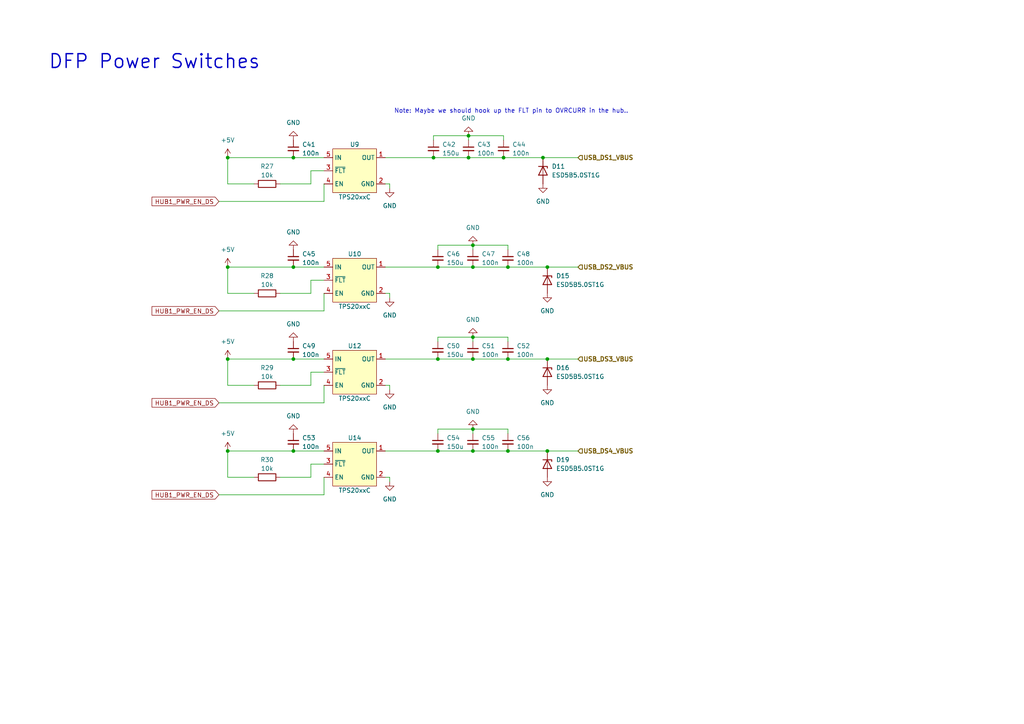
<source format=kicad_sch>
(kicad_sch (version 20230121) (generator eeschema)
  (paper "A4")
  (lib_symbols
    (symbol "CakeUSB:TPS20xxC"
      (property "Reference" "U" (at -7.62 7.62 0))
      (property "Value" "TPS20xxC" (at 10.16 7.62 0))
      (symbol "TPS20xxC_1_1"
        (rectangle (start -6.35 6.35) (end 6.35 -6.35) (fill (type background)))
        (pin power_out line (at 8.89 3.81 180) (length 2.54) (name "OUT") (number "1"))
        (pin power_in line (at 8.89 -3.81 180) (length 2.54) (name "GND") (number "2"))
        (pin output line (at -8.89 0 0) (length 2.54) (name "~{FLT}") (number "3"))
        (pin input line (at -8.89 -3.81 0) (length 2.54) (name "EN") (number "4"))
        (pin power_in line (at -8.89 3.81 0) (length 2.54) (name "IN") (number "5"))
      )
    )
    (symbol "Device:C_Small" (pin_numbers hide) (pin_names (offset 0.254) hide)
      (property "Reference" "C" (at 0.254 1.778 0))
      (property "Value" "C_Small" (at 0.254 -2.032 0))
      (symbol "C_Small_0_1"
        (polyline (pts (xy -1.524 -0.508) (xy 1.524 -0.508)) (stroke (width 0.3302)))
        (polyline (pts (xy -1.524 0.508) (xy 1.524 0.508)) (stroke (width 0.3048)))
      )
      (symbol "C_Small_1_1"
        (pin passive line (at 0 2.54 270) (length 2.032) (name "~") (number "1"))
        (pin passive line (at 0 -2.54 90) (length 2.032) (name "~") (number "2"))
      )
    )
    (symbol "Device:D_Zener" (pin_numbers hide) (pin_names (offset 1.016) hide)
      (property "Reference" "D" (at 0 2.54 0))
      (property "Value" "D_Zener" (at 0 -2.54 0))
      (symbol "D_Zener_0_1"
        (polyline (pts (xy 1.27 0) (xy -1.27 0)))
        (polyline (pts (xy -1.27 -1.27) (xy -1.27 1.27) (xy -0.762 1.27)) (stroke (width 0.254)))
        (polyline (pts (xy 1.27 -1.27) (xy 1.27 1.27) (xy -1.27 0) (xy 1.27 -1.27)) (stroke (width 0.254)))
      )
      (symbol "D_Zener_1_1"
        (pin passive line (at -3.81 0 0) (length 2.54) (name "K") (number "1"))
        (pin passive line (at 3.81 0 180) (length 2.54) (name "A") (number "2"))
      )
    )
    (symbol "Device:R" (pin_numbers hide) (pin_names (offset 0))
      (property "Reference" "R" (at 2.032 0 90))
      (property "Value" "R" (at 0 0 90))
      (symbol "R_0_1"
        (rectangle (start -1.016 -2.54) (end 1.016 2.54) (stroke (width 0.254)))
      )
      (symbol "R_1_1"
        (pin passive line (at 0 3.81 270) (length 1.27) (name "~") (number "1"))
        (pin passive line (at 0 -3.81 90) (length 1.27) (name "~") (number "2"))
      )
    )
    (symbol "power:+5V" (power) (pin_names (offset 0))
      (property "Value" "+5V" (at 0 3.556 0))
      (symbol "+5V_0_1"
        (polyline (pts (xy -0.762 1.27) (xy 0 2.54)))
        (polyline (pts (xy 0 0) (xy 0 2.54)))
        (polyline (pts (xy 0 2.54) (xy 0.762 1.27)))
      )
      (symbol "+5V_1_1"
        (pin power_in line (at 0 0 90) (length 0) hide (name "+5V") (number "1"))
      )
    )
    (symbol "power:GND" (power) (pin_names (offset 0))
      (property "Value" "GND" (at 0 -3.81 0))
      (symbol "GND_0_1"
        (polyline (pts (xy 0 0) (xy 0 -1.27) (xy 1.27 -1.27) (xy 0 -2.54) (xy -1.27 -1.27) (xy 0 -1.27)))
      )
      (symbol "GND_1_1"
        (pin power_in line (at 0 0 270) (length 0) hide (name "GND") (number "1"))
      )
    )
  )
  (junction (at 85.09 104.14))
  (junction (at 127 130.81))
  (junction (at 147.32 130.81))
  (junction (at 135.89 39.37))
  (junction (at 125.73 45.72))
  (junction (at 66.04 77.47))
  (junction (at 146.05 45.72))
  (junction (at 137.16 130.81))
  (junction (at 85.09 77.47))
  (junction (at 66.04 45.72))
  (junction (at 137.16 77.47))
  (junction (at 147.32 104.14))
  (junction (at 127 104.14))
  (junction (at 158.75 104.14))
  (junction (at 85.09 45.72))
  (junction (at 66.04 104.14))
  (junction (at 137.16 104.14))
  (junction (at 127 77.47))
  (junction (at 147.32 77.47))
  (junction (at 158.75 77.47))
  (junction (at 66.04 130.81))
  (junction (at 85.09 130.81))
  (junction (at 135.89 45.72))
  (junction (at 157.48 45.72))
  (junction (at 137.16 97.79))
  (junction (at 137.16 124.46))
  (junction (at 137.16 71.12))
  (junction (at 158.75 130.81))
  (wire (pts (xy 125.73 39.37) (xy 135.89 39.37)))
  (wire (pts (xy 90.17 81.28) (xy 90.17 85.09)))
  (wire (pts (xy 93.98 107.95) (xy 90.17 107.95)))
  (wire (pts (xy 90.17 111.76) (xy 81.28 111.76)))
  (wire (pts (xy 66.04 45.72) (xy 85.09 45.72)))
  (wire (pts (xy 147.32 130.81) (xy 158.75 130.81)))
  (wire (pts (xy 137.16 130.81) (xy 147.32 130.81)))
  (wire (pts (xy 127 104.14) (xy 137.16 104.14)))
  (wire (pts (xy 135.89 39.37) (xy 135.89 40.64)))
  (wire (pts (xy 127 72.39) (xy 127 71.12)))
  (wire (pts (xy 63.5 58.42) (xy 93.98 58.42)))
  (wire (pts (xy 147.32 99.06) (xy 147.32 97.79)))
  (wire (pts (xy 135.89 45.72) (xy 146.05 45.72)))
  (wire (pts (xy 147.32 104.14) (xy 158.75 104.14)))
  (wire (pts (xy 147.32 124.46) (xy 137.16 124.46)))
  (wire (pts (xy 111.76 130.81) (xy 127 130.81)))
  (wire (pts (xy 113.03 139.7) (xy 113.03 138.43)))
  (wire (pts (xy 90.17 85.09) (xy 81.28 85.09)))
  (wire (pts (xy 111.76 45.72) (xy 125.73 45.72)))
  (wire (pts (xy 93.98 85.09) (xy 93.98 90.17)))
  (wire (pts (xy 147.32 71.12) (xy 137.16 71.12)))
  (wire (pts (xy 113.03 54.61) (xy 113.03 53.34)))
  (wire (pts (xy 73.66 138.43) (xy 66.04 138.43)))
  (wire (pts (xy 127 97.79) (xy 137.16 97.79)))
  (wire (pts (xy 127 99.06) (xy 127 97.79)))
  (wire (pts (xy 127 124.46) (xy 137.16 124.46)))
  (wire (pts (xy 147.32 125.73) (xy 147.32 124.46)))
  (wire (pts (xy 127 130.81) (xy 137.16 130.81)))
  (wire (pts (xy 73.66 53.34) (xy 66.04 53.34)))
  (wire (pts (xy 125.73 40.64) (xy 125.73 39.37)))
  (wire (pts (xy 66.04 85.09) (xy 66.04 77.47)))
  (wire (pts (xy 111.76 104.14) (xy 127 104.14)))
  (wire (pts (xy 66.04 111.76) (xy 66.04 104.14)))
  (wire (pts (xy 137.16 77.47) (xy 147.32 77.47)))
  (wire (pts (xy 85.09 45.72) (xy 93.98 45.72)))
  (wire (pts (xy 85.09 77.47) (xy 93.98 77.47)))
  (wire (pts (xy 73.66 85.09) (xy 66.04 85.09)))
  (wire (pts (xy 93.98 138.43) (xy 93.98 143.51)))
  (wire (pts (xy 127 77.47) (xy 137.16 77.47)))
  (wire (pts (xy 90.17 134.62) (xy 90.17 138.43)))
  (wire (pts (xy 93.98 53.34) (xy 93.98 58.42)))
  (wire (pts (xy 66.04 138.43) (xy 66.04 130.81)))
  (wire (pts (xy 85.09 130.81) (xy 93.98 130.81)))
  (wire (pts (xy 127 125.73) (xy 127 124.46)))
  (wire (pts (xy 66.04 53.34) (xy 66.04 45.72)))
  (wire (pts (xy 137.16 97.79) (xy 137.16 99.06)))
  (wire (pts (xy 113.03 53.34) (xy 111.76 53.34)))
  (wire (pts (xy 127 71.12) (xy 137.16 71.12)))
  (wire (pts (xy 113.03 86.36) (xy 113.03 85.09)))
  (wire (pts (xy 147.32 97.79) (xy 137.16 97.79)))
  (wire (pts (xy 63.5 143.51) (xy 93.98 143.51)))
  (wire (pts (xy 93.98 49.53) (xy 90.17 49.53)))
  (wire (pts (xy 146.05 45.72) (xy 157.48 45.72)))
  (wire (pts (xy 85.09 104.14) (xy 93.98 104.14)))
  (wire (pts (xy 73.66 111.76) (xy 66.04 111.76)))
  (wire (pts (xy 137.16 124.46) (xy 137.16 125.73)))
  (wire (pts (xy 137.16 104.14) (xy 147.32 104.14)))
  (wire (pts (xy 93.98 134.62) (xy 90.17 134.62)))
  (wire (pts (xy 66.04 77.47) (xy 85.09 77.47)))
  (wire (pts (xy 66.04 130.81) (xy 85.09 130.81)))
  (wire (pts (xy 147.32 77.47) (xy 158.75 77.47)))
  (wire (pts (xy 113.03 138.43) (xy 111.76 138.43)))
  (wire (pts (xy 113.03 113.03) (xy 113.03 111.76)))
  (wire (pts (xy 146.05 39.37) (xy 135.89 39.37)))
  (wire (pts (xy 158.75 130.81) (xy 167.64 130.81)))
  (wire (pts (xy 90.17 107.95) (xy 90.17 111.76)))
  (wire (pts (xy 63.5 116.84) (xy 93.98 116.84)))
  (wire (pts (xy 63.5 90.17) (xy 93.98 90.17)))
  (wire (pts (xy 125.73 45.72) (xy 135.89 45.72)))
  (wire (pts (xy 111.76 77.47) (xy 127 77.47)))
  (wire (pts (xy 157.48 45.72) (xy 167.64 45.72)))
  (wire (pts (xy 158.75 104.14) (xy 167.64 104.14)))
  (wire (pts (xy 93.98 81.28) (xy 90.17 81.28)))
  (wire (pts (xy 158.75 77.47) (xy 167.64 77.47)))
  (wire (pts (xy 113.03 85.09) (xy 111.76 85.09)))
  (wire (pts (xy 137.16 71.12) (xy 137.16 72.39)))
  (wire (pts (xy 90.17 53.34) (xy 81.28 53.34)))
  (wire (pts (xy 66.04 104.14) (xy 85.09 104.14)))
  (wire (pts (xy 146.05 40.64) (xy 146.05 39.37)))
  (wire (pts (xy 93.98 111.76) (xy 93.98 116.84)))
  (wire (pts (xy 90.17 138.43) (xy 81.28 138.43)))
  (wire (pts (xy 113.03 111.76) (xy 111.76 111.76)))
  (wire (pts (xy 90.17 49.53) (xy 90.17 53.34)))
  (wire (pts (xy 147.32 72.39) (xy 147.32 71.12)))
  (text "DFP Power Switches" (at 13.97 20.32 0) (effects (font (size 4 4) (thickness 0.4) bold) (justify left bottom)))
  (text "Note: Maybe we should hook up the FLT pin to OVRCURR in the hub.." (at 114.3 33.02 0) (effects (font (size 1.27 1.27)) (justify left bottom)))
  (global_label "HUB1_PWR_EN_DS" (shape input) (at 63.5 90.17 180) (property "Intersheetrefs" "${INTERSHEET_REFS}" (effects hide)))
  (global_label "HUB1_PWR_EN_DS" (shape input) (at 63.5 58.42 180) (property "Intersheetrefs" "${INTERSHEET_REFS}" (effects hide)))
  (global_label "HUB1_PWR_EN_DS" (shape input) (at 63.5 116.84 180) (property "Intersheetrefs" "${INTERSHEET_REFS}" (effects hide)))
  (global_label "HUB1_PWR_EN_DS" (shape input) (at 63.5 143.51 180) (property "Intersheetrefs" "${INTERSHEET_REFS}" (effects hide)))
  (hierarchical_label "USB_DS1_VBUS" (shape input) (at 167.64 45.72 0) (effects (font bold)))
  (hierarchical_label "USB_DS4_VBUS" (shape input) (at 167.64 130.81 0) (effects (font bold)))
  (hierarchical_label "USB_DS3_VBUS" (shape input) (at 167.64 104.14 0) (effects (font bold)))
  (hierarchical_label "USB_DS2_VBUS" (shape input) (at 167.64 77.47 0) (effects (font bold)))
  (symbol (lib_id "Device:C_Small") (at 127 128.27 0) (unit 1)
    (property "Reference" "C54" (at 129.54 127 0) (effects (justify left)))
    (property "Value" "150u" (at 129.54 129.54 0) (effects (justify left)))
    (property "Footprint" "Capacitor_SMD:C_Elec_6.3x7.7" (effects hide))
  )
  (symbol (lib_id "power:GND") (at 137.16 71.12 180) (unit 1)
    (property "Reference" "#PWR055" (effects hide))
    (property "Value" "GND" (at 137.16 66.04 0))
  )
  (symbol (lib_id "Device:R") (at 77.47 53.34 90) (unit 1)
    (property "Reference" "R27" (at 77.47 48.26 90))
    (property "Value" "10k" (at 77.47 50.8 90))
    (property "Footprint" "Resistor_SMD:R_0402_1005Metric" (effects hide))
  )
  (symbol (lib_id "Device:R") (at 77.47 85.09 90) (unit 1)
    (property "Reference" "R28" (at 77.47 80.01 90))
    (property "Value" "10k" (at 77.47 82.55 90))
    (property "Footprint" "Resistor_SMD:R_0402_1005Metric" (effects hide))
  )
  (symbol (lib_id "power:GND") (at 85.09 40.64 180) (unit 1)
    (property "Reference" "#PWR050" (effects hide))
    (property "Value" "GND" (at 85.09 35.56 0))
  )
  (symbol (lib_id "power:GND") (at 113.03 113.03 0) (unit 1)
    (property "Reference" "#PWR066" (effects hide))
    (property "Value" "GND" (at 113.03 118.11 0))
  )
  (symbol (lib_id "power:+5V") (at 66.04 77.47 0) (unit 1)
    (property "Reference" "#PWR058" (effects hide))
    (property "Value" "+5V" (at 66.04 72.39 0))
  )
  (symbol (lib_id "power:GND") (at 85.09 99.06 180) (unit 1)
    (property "Reference" "#PWR062" (effects hide))
    (property "Value" "GND" (at 85.09 93.98 0))
  )
  (symbol (lib_id "Device:D_Zener") (at 157.48 49.53 270) (unit 1)
    (property "Reference" "D11" (at 160.02 48.26 90) (effects (justify left)))
    (property "Value" "ESD5B5.0ST1G" (at 160.02 50.8 90) (effects (justify left)))
    (property "Footprint" "Diode_SMD:D_SOD-523" (effects hide))
  )
  (symbol (lib_id "Device:C_Small") (at 147.32 101.6 0) (unit 1)
    (property "Reference" "C52" (at 149.86 100.3363 0) (effects (justify left)))
    (property "Value" "100n" (at 149.86 102.8763 0) (effects (justify left)))
    (property "Footprint" "Capacitor_SMD:C_0603_1608Metric" (effects hide))
  )
  (symbol (lib_id "power:GND") (at 137.16 124.46 180) (unit 1)
    (property "Reference" "#PWR068" (effects hide))
    (property "Value" "GND" (at 137.16 119.38 0))
  )
  (symbol (lib_id "power:GND") (at 135.89 39.37 180) (unit 1)
    (property "Reference" "#PWR049" (effects hide))
    (property "Value" "GND" (at 135.89 34.29 0))
  )
  (symbol (lib_id "power:GND") (at 158.75 85.09 0) (unit 1)
    (property "Reference" "#PWR059" (effects hide))
    (property "Value" "GND" (at 158.75 90.17 0))
  )
  (symbol (lib_id "power:GND") (at 158.75 138.43 0) (unit 1)
    (property "Reference" "#PWR071" (effects hide))
    (property "Value" "GND" (at 158.75 143.51 0))
  )
  (symbol (lib_id "Device:C_Small") (at 147.32 74.93 0) (unit 1)
    (property "Reference" "C48" (at 149.86 73.6663 0) (effects (justify left)))
    (property "Value" "100n" (at 149.86 76.2063 0) (effects (justify left)))
    (property "Footprint" "Capacitor_SMD:C_0603_1608Metric" (effects hide))
  )
  (symbol (lib_id "Device:C_Small") (at 127 74.93 0) (unit 1)
    (property "Reference" "C46" (at 129.54 73.66 0) (effects (justify left)))
    (property "Value" "150u" (at 129.54 76.2 0) (effects (justify left)))
    (property "Footprint" "Capacitor_SMD:C_Elec_6.3x7.7" (effects hide))
  )
  (symbol (lib_id "CakeUSB:TPS20xxC") (at 102.87 49.53 0) (unit 1)
    (property "Reference" "U9" (at 102.87 41.91 0))
    (property "Value" "TPS20xxC" (at 102.87 57.15 0))
    (property "Footprint" "Package_TO_SOT_SMD:SOT-23-5" (effects hide))
    (property "Datasheet" "https://www.ti.com/lit/ds/symlink/tps2001c.pdf" (effects hide))
  )
  (symbol (lib_id "Device:C_Small") (at 85.09 128.27 0) (unit 1)
    (property "Reference" "C53" (at 87.63 127.0063 0) (effects (justify left)))
    (property "Value" "100n" (at 87.63 129.5463 0) (effects (justify left)))
    (property "Footprint" "Capacitor_SMD:C_0603_1608Metric" (effects hide))
  )
  (symbol (lib_id "power:GND") (at 113.03 139.7 0) (unit 1)
    (property "Reference" "#PWR072" (effects hide))
    (property "Value" "GND" (at 113.03 144.78 0))
  )
  (symbol (lib_id "Device:C_Small") (at 135.89 43.18 0) (unit 1)
    (property "Reference" "C43" (at 138.43 41.9163 0) (effects (justify left)))
    (property "Value" "100n" (at 138.43 44.4563 0) (effects (justify left)))
    (property "Footprint" "Capacitor_SMD:C_0603_1608Metric" (effects hide))
  )
  (symbol (lib_id "power:GND") (at 157.48 53.34 0) (unit 1)
    (property "Reference" "#PWR052" (effects hide))
    (property "Value" "GND" (at 157.48 58.42 0))
  )
  (symbol (lib_id "power:GND") (at 137.16 97.79 180) (unit 1)
    (property "Reference" "#PWR061" (effects hide))
    (property "Value" "GND" (at 137.16 92.71 0))
  )
  (symbol (lib_id "power:GND") (at 85.09 72.39 180) (unit 1)
    (property "Reference" "#PWR056" (effects hide))
    (property "Value" "GND" (at 85.09 67.31 0))
  )
  (symbol (lib_id "Device:C_Small") (at 137.16 101.6 0) (unit 1)
    (property "Reference" "C51" (at 139.7 100.3363 0) (effects (justify left)))
    (property "Value" "100n" (at 139.7 102.8763 0) (effects (justify left)))
    (property "Footprint" "Capacitor_SMD:C_0603_1608Metric" (effects hide))
  )
  (symbol (lib_id "Device:R") (at 77.47 138.43 90) (unit 1)
    (property "Reference" "R30" (at 77.47 133.35 90))
    (property "Value" "10k" (at 77.47 135.89 90))
    (property "Footprint" "Resistor_SMD:R_0402_1005Metric" (effects hide))
  )
  (symbol (lib_id "power:+5V") (at 66.04 104.14 0) (unit 1)
    (property "Reference" "#PWR063" (effects hide))
    (property "Value" "+5V" (at 66.04 99.06 0))
  )
  (symbol (lib_id "CakeUSB:TPS20xxC") (at 102.87 134.62 0) (unit 1)
    (property "Reference" "U14" (at 102.87 127 0))
    (property "Value" "TPS20xxC" (at 102.87 142.24 0))
    (property "Footprint" "Package_TO_SOT_SMD:SOT-23-5" (effects hide))
    (property "Datasheet" "https://www.ti.com/lit/ds/symlink/tps2001c.pdf" (effects hide))
  )
  (symbol (lib_id "CakeUSB:TPS20xxC") (at 102.87 81.28 0) (unit 1)
    (property "Reference" "U10" (at 102.87 73.66 0))
    (property "Value" "TPS20xxC" (at 102.87 88.9 0))
    (property "Footprint" "Package_TO_SOT_SMD:SOT-23-5" (effects hide))
    (property "Datasheet" "https://www.ti.com/lit/ds/symlink/tps2001c.pdf" (effects hide))
  )
  (symbol (lib_id "power:+5V") (at 66.04 45.72 0) (unit 1)
    (property "Reference" "#PWR051" (effects hide))
    (property "Value" "+5V" (at 66.04 40.64 0))
  )
  (symbol (lib_id "Device:C_Small") (at 85.09 74.93 0) (unit 1)
    (property "Reference" "C45" (at 87.63 73.6663 0) (effects (justify left)))
    (property "Value" "100n" (at 87.63 76.2063 0) (effects (justify left)))
    (property "Footprint" "Capacitor_SMD:C_0603_1608Metric" (effects hide))
  )
  (symbol (lib_id "Device:D_Zener") (at 158.75 81.28 270) (unit 1)
    (property "Reference" "D15" (at 161.29 80.01 90) (effects (justify left)))
    (property "Value" "ESD5B5.0ST1G" (at 161.29 82.55 90) (effects (justify left)))
    (property "Footprint" "Diode_SMD:D_SOD-523" (effects hide))
  )
  (symbol (lib_id "Device:C_Small") (at 125.73 43.18 0) (unit 1)
    (property "Reference" "C42" (at 128.27 41.91 0) (effects (justify left)))
    (property "Value" "150u" (at 128.27 44.45 0) (effects (justify left)))
    (property "Footprint" "Capacitor_SMD:C_Elec_6.3x7.7" (effects hide))
  )
  (symbol (lib_id "Device:C_Small") (at 85.09 43.18 0) (unit 1)
    (property "Reference" "C41" (at 87.63 41.9163 0) (effects (justify left)))
    (property "Value" "100n" (at 87.63 44.4563 0) (effects (justify left)))
    (property "Footprint" "Capacitor_SMD:C_0603_1608Metric" (effects hide))
  )
  (symbol (lib_id "Device:C_Small") (at 127 101.6 0) (unit 1)
    (property "Reference" "C50" (at 129.54 100.33 0) (effects (justify left)))
    (property "Value" "150u" (at 129.54 102.87 0) (effects (justify left)))
    (property "Footprint" "Capacitor_SMD:C_Elec_6.3x7.7" (effects hide))
  )
  (symbol (lib_id "Device:C_Small") (at 137.16 74.93 0) (unit 1)
    (property "Reference" "C47" (at 139.7 73.6663 0) (effects (justify left)))
    (property "Value" "100n" (at 139.7 76.2063 0) (effects (justify left)))
    (property "Footprint" "Capacitor_SMD:C_0603_1608Metric" (effects hide))
  )
  (symbol (lib_id "Device:C_Small") (at 85.09 101.6 0) (unit 1)
    (property "Reference" "C49" (at 87.63 100.3363 0) (effects (justify left)))
    (property "Value" "100n" (at 87.63 102.8763 0) (effects (justify left)))
    (property "Footprint" "Capacitor_SMD:C_0603_1608Metric" (effects hide))
  )
  (symbol (lib_id "power:GND") (at 85.09 125.73 180) (unit 1)
    (property "Reference" "#PWR069" (effects hide))
    (property "Value" "GND" (at 85.09 120.65 0))
  )
  (symbol (lib_id "power:GND") (at 113.03 86.36 0) (unit 1)
    (property "Reference" "#PWR060" (effects hide))
    (property "Value" "GND" (at 113.03 91.44 0))
  )
  (symbol (lib_id "Device:C_Small") (at 147.32 128.27 0) (unit 1)
    (property "Reference" "C56" (at 149.86 127.0063 0) (effects (justify left)))
    (property "Value" "100n" (at 149.86 129.5463 0) (effects (justify left)))
    (property "Footprint" "Capacitor_SMD:C_0603_1608Metric" (effects hide))
  )
  (symbol (lib_id "Device:R") (at 77.47 111.76 90) (unit 1)
    (property "Reference" "R29" (at 77.47 106.68 90))
    (property "Value" "10k" (at 77.47 109.22 90))
    (property "Footprint" "Resistor_SMD:R_0402_1005Metric" (effects hide))
  )
  (symbol (lib_id "power:GND") (at 158.75 111.76 0) (unit 1)
    (property "Reference" "#PWR065" (effects hide))
    (property "Value" "GND" (at 158.75 116.84 0))
  )
  (symbol (lib_id "Device:D_Zener") (at 158.75 134.62 270) (unit 1)
    (property "Reference" "D19" (at 161.29 133.35 90) (effects (justify left)))
    (property "Value" "ESD5B5.0ST1G" (at 161.29 135.89 90) (effects (justify left)))
    (property "Footprint" "Diode_SMD:D_SOD-523" (effects hide))
  )
  (symbol (lib_id "Device:D_Zener") (at 158.75 107.95 270) (unit 1)
    (property "Reference" "D16" (at 161.29 106.68 90) (effects (justify left)))
    (property "Value" "ESD5B5.0ST1G" (at 161.29 109.22 90) (effects (justify left)))
    (property "Footprint" "Diode_SMD:D_SOD-523" (effects hide))
  )
  (symbol (lib_id "CakeUSB:TPS20xxC") (at 102.87 107.95 0) (unit 1)
    (property "Reference" "U12" (at 102.87 100.33 0))
    (property "Value" "TPS20xxC" (at 102.87 115.57 0))
    (property "Footprint" "Package_TO_SOT_SMD:SOT-23-5" (effects hide))
    (property "Datasheet" "https://www.ti.com/lit/ds/symlink/tps2001c.pdf" (effects hide))
  )
  (symbol (lib_id "Device:C_Small") (at 137.16 128.27 0) (unit 1)
    (property "Reference" "C55" (at 139.7 127.0063 0) (effects (justify left)))
    (property "Value" "100n" (at 139.7 129.5463 0) (effects (justify left)))
    (property "Footprint" "Capacitor_SMD:C_0603_1608Metric" (effects hide))
  )
  (symbol (lib_id "power:GND") (at 113.03 54.61 0) (unit 1)
    (property "Reference" "#PWR053" (effects hide))
    (property "Value" "GND" (at 113.03 59.69 0))
  )
  (symbol (lib_id "Device:C_Small") (at 146.05 43.18 0) (unit 1)
    (property "Reference" "C44" (at 148.59 41.9163 0) (effects (justify left)))
    (property "Value" "100n" (at 148.59 44.4563 0) (effects (justify left)))
    (property "Footprint" "Capacitor_SMD:C_0603_1608Metric" (effects hide))
  )
  (symbol (lib_id "power:+5V") (at 66.04 130.81 0) (unit 1)
    (property "Reference" "#PWR070" (effects hide))
    (property "Value" "+5V" (at 66.04 125.73 0))
  )
)
</source>
